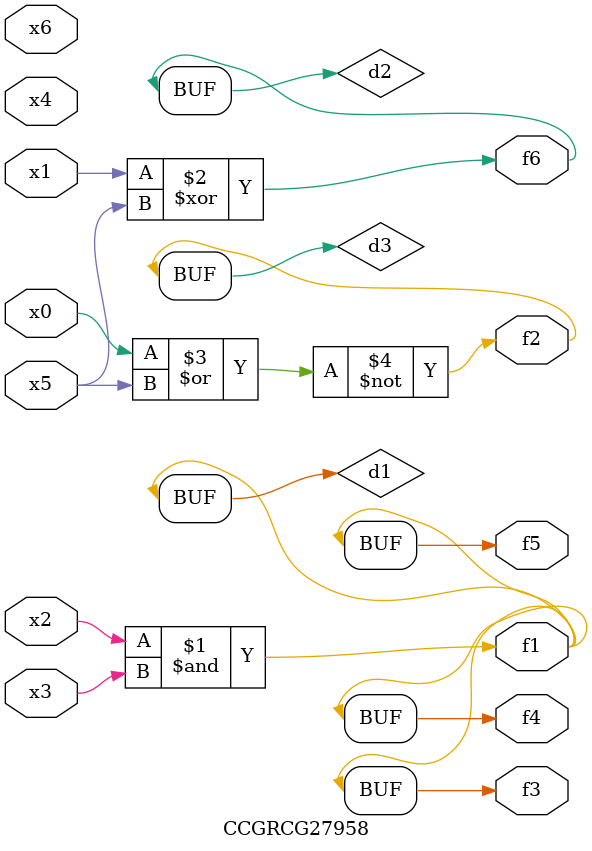
<source format=v>
module CCGRCG27958(
	input x0, x1, x2, x3, x4, x5, x6,
	output f1, f2, f3, f4, f5, f6
);

	wire d1, d2, d3;

	and (d1, x2, x3);
	xor (d2, x1, x5);
	nor (d3, x0, x5);
	assign f1 = d1;
	assign f2 = d3;
	assign f3 = d1;
	assign f4 = d1;
	assign f5 = d1;
	assign f6 = d2;
endmodule

</source>
